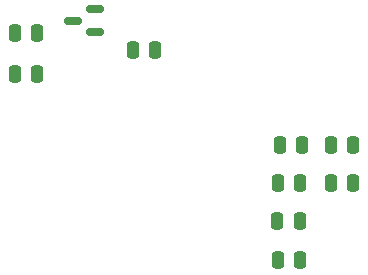
<source format=gbr>
%TF.GenerationSoftware,KiCad,Pcbnew,7.0.8*%
%TF.CreationDate,2023-12-08T10:16:49-06:00*%
%TF.ProjectId,ADNS9800,41444e53-3938-4303-902e-6b696361645f,rev?*%
%TF.SameCoordinates,Original*%
%TF.FileFunction,Paste,Top*%
%TF.FilePolarity,Positive*%
%FSLAX46Y46*%
G04 Gerber Fmt 4.6, Leading zero omitted, Abs format (unit mm)*
G04 Created by KiCad (PCBNEW 7.0.8) date 2023-12-08 10:16:49*
%MOMM*%
%LPD*%
G01*
G04 APERTURE LIST*
G04 Aperture macros list*
%AMRoundRect*
0 Rectangle with rounded corners*
0 $1 Rounding radius*
0 $2 $3 $4 $5 $6 $7 $8 $9 X,Y pos of 4 corners*
0 Add a 4 corners polygon primitive as box body*
4,1,4,$2,$3,$4,$5,$6,$7,$8,$9,$2,$3,0*
0 Add four circle primitives for the rounded corners*
1,1,$1+$1,$2,$3*
1,1,$1+$1,$4,$5*
1,1,$1+$1,$6,$7*
1,1,$1+$1,$8,$9*
0 Add four rect primitives between the rounded corners*
20,1,$1+$1,$2,$3,$4,$5,0*
20,1,$1+$1,$4,$5,$6,$7,0*
20,1,$1+$1,$6,$7,$8,$9,0*
20,1,$1+$1,$8,$9,$2,$3,0*%
G04 Aperture macros list end*
%ADD10RoundRect,0.150000X0.587500X0.150000X-0.587500X0.150000X-0.587500X-0.150000X0.587500X-0.150000X0*%
%ADD11RoundRect,0.250000X-0.250000X-0.475000X0.250000X-0.475000X0.250000X0.475000X-0.250000X0.475000X0*%
G04 APERTURE END LIST*
D10*
%TO.C,Q1*%
X144125000Y-73700000D03*
X144125000Y-71800000D03*
X142250000Y-72750000D03*
%TD*%
D11*
%TO.C,C9*%
X164050000Y-86500000D03*
X165950000Y-86500000D03*
%TD*%
%TO.C,C8*%
X159600000Y-86500000D03*
X161500000Y-86500000D03*
%TD*%
%TO.C,C7*%
X159750000Y-83250000D03*
X161650000Y-83250000D03*
%TD*%
%TO.C,C6*%
X164050000Y-83250000D03*
X165950000Y-83250000D03*
%TD*%
%TO.C,C5*%
X159600000Y-93000000D03*
X161500000Y-93000000D03*
%TD*%
%TO.C,C4*%
X159550000Y-89750000D03*
X161450000Y-89750000D03*
%TD*%
%TO.C,C3*%
X137300000Y-77250000D03*
X139200000Y-77250000D03*
%TD*%
%TO.C,C2*%
X137300000Y-73750000D03*
X139200000Y-73750000D03*
%TD*%
%TO.C,C1*%
X147300000Y-75250000D03*
X149200000Y-75250000D03*
%TD*%
M02*

</source>
